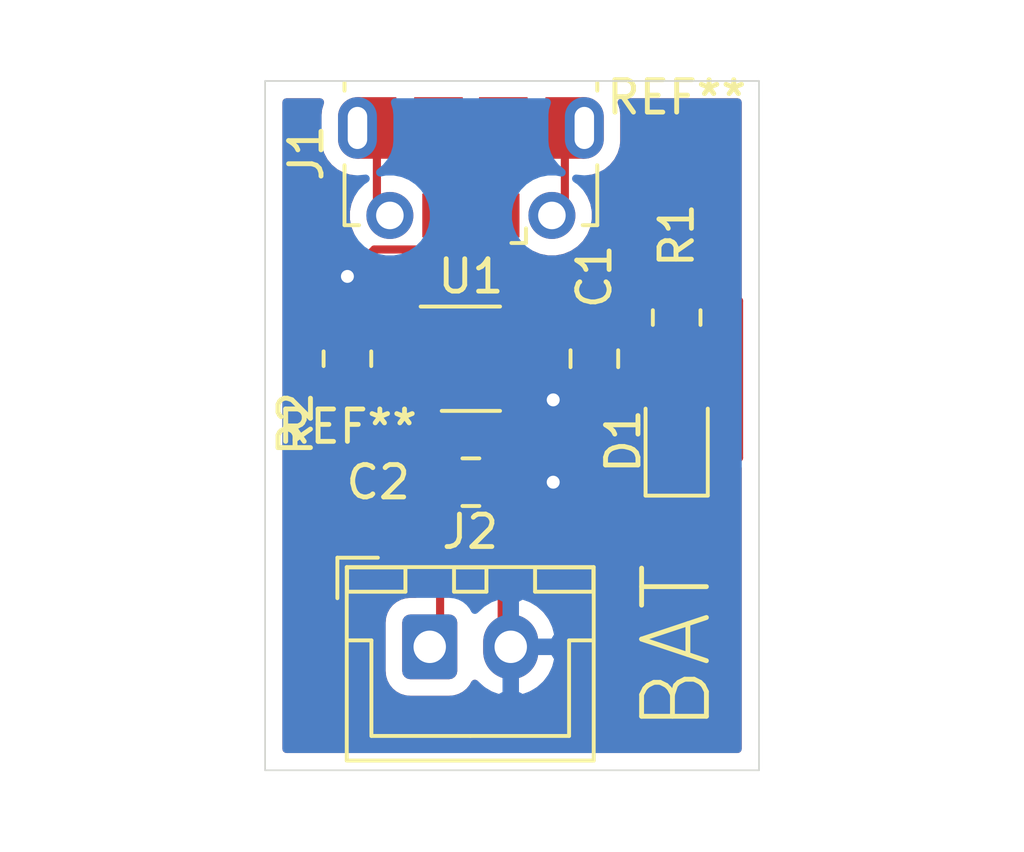
<source format=kicad_pcb>
(kicad_pcb (version 20171130) (host pcbnew "(5.1.10)-1")

  (general
    (thickness 1.6)
    (drawings 5)
    (tracks 64)
    (zones 0)
    (modules 10)
    (nets 11)
  )

  (page A4)
  (layers
    (0 F.Cu signal)
    (31 B.Cu signal)
    (32 B.Adhes user)
    (33 F.Adhes user)
    (34 B.Paste user)
    (35 F.Paste user)
    (36 B.SilkS user)
    (37 F.SilkS user)
    (38 B.Mask user)
    (39 F.Mask user)
    (40 Dwgs.User user)
    (41 Cmts.User user)
    (42 Eco1.User user)
    (43 Eco2.User user)
    (44 Edge.Cuts user)
    (45 Margin user)
    (46 B.CrtYd user)
    (47 F.CrtYd user)
    (48 B.Fab user)
    (49 F.Fab user)
  )

  (setup
    (last_trace_width 0.25)
    (trace_clearance 0.2)
    (zone_clearance 0.508)
    (zone_45_only no)
    (trace_min 0.2)
    (via_size 0.8)
    (via_drill 0.4)
    (via_min_size 0.4)
    (via_min_drill 0.3)
    (uvia_size 0.3)
    (uvia_drill 0.1)
    (uvias_allowed no)
    (uvia_min_size 0.2)
    (uvia_min_drill 0.1)
    (edge_width 0.05)
    (segment_width 0.2)
    (pcb_text_width 0.3)
    (pcb_text_size 1.5 1.5)
    (mod_edge_width 0.12)
    (mod_text_size 1 1)
    (mod_text_width 0.15)
    (pad_size 1.524 1.524)
    (pad_drill 0.762)
    (pad_to_mask_clearance 0)
    (aux_axis_origin 132.08 137.16)
    (grid_origin 132.08 137.16)
    (visible_elements FFFFFF7F)
    (pcbplotparams
      (layerselection 0x010fc_ffffffff)
      (usegerberextensions false)
      (usegerberattributes true)
      (usegerberadvancedattributes true)
      (creategerberjobfile true)
      (excludeedgelayer true)
      (linewidth 0.100000)
      (plotframeref false)
      (viasonmask false)
      (mode 1)
      (useauxorigin false)
      (hpglpennumber 1)
      (hpglpenspeed 20)
      (hpglpendiameter 15.000000)
      (psnegative false)
      (psa4output false)
      (plotreference true)
      (plotvalue true)
      (plotinvisibletext false)
      (padsonsilk false)
      (subtractmaskfromsilk false)
      (outputformat 1)
      (mirror false)
      (drillshape 0)
      (scaleselection 1)
      (outputdirectory ""))
  )

  (net 0 "")
  (net 1 VBUS)
  (net 2 GND)
  (net 3 VCC)
  (net 4 "Net-(D1-Pad1)")
  (net 5 "Net-(J1-Pad6)")
  (net 6 "Net-(J1-Pad3)")
  (net 7 "Net-(J1-Pad4)")
  (net 8 "Net-(J1-Pad2)")
  (net 9 "Net-(R1-Pad2)")
  (net 10 "Net-(R2-Pad1)")

  (net_class Default "This is the default net class."
    (clearance 0.2)
    (trace_width 0.25)
    (via_dia 0.8)
    (via_drill 0.4)
    (uvia_dia 0.3)
    (uvia_drill 0.1)
    (add_net GND)
    (add_net "Net-(D1-Pad1)")
    (add_net "Net-(J1-Pad2)")
    (add_net "Net-(J1-Pad3)")
    (add_net "Net-(J1-Pad4)")
    (add_net "Net-(J1-Pad6)")
    (add_net "Net-(R1-Pad2)")
    (add_net "Net-(R2-Pad1)")
    (add_net VBUS)
    (add_net VCC)
  )

  (module Fiducial:Fiducial_0.5mm_Mask1.5mm (layer F.Cu) (tedit 5C18D139) (tstamp 617B8A9B)
    (at 134.62 128.27)
    (descr "Circular Fiducial, 0.5mm bare copper, 1.5mm soldermask opening")
    (tags fiducial)
    (attr smd)
    (fp_text reference REF** (at 0 -1.7145) (layer F.SilkS)
      (effects (font (size 1 1) (thickness 0.15)))
    )
    (fp_text value Fiducial_0.5mm_Mask1.5mm (at 0 1.7145) (layer F.Fab)
      (effects (font (size 1 1) (thickness 0.15)))
    )
    (fp_text user %R (at 0 0) (layer F.Fab)
      (effects (font (size 0.2 0.2) (thickness 0.04)))
    )
    (fp_circle (center 0 0) (end 0.75 0) (layer F.Fab) (width 0.1))
    (fp_circle (center 0 0) (end 1 0) (layer F.CrtYd) (width 0.05))
    (pad "" smd circle (at 0 0) (size 0.5 0.5) (layers F.Cu F.Mask)
      (solder_mask_margin 0.5) (clearance 0.5))
  )

  (module Fiducial:Fiducial_0.5mm_Mask1.5mm (layer F.Cu) (tedit 5C18D139) (tstamp 617B8A70)
    (at 144.78 118.11)
    (descr "Circular Fiducial, 0.5mm bare copper, 1.5mm soldermask opening")
    (tags fiducial)
    (attr smd)
    (fp_text reference REF** (at 0 -1.7145) (layer F.SilkS)
      (effects (font (size 1 1) (thickness 0.15)))
    )
    (fp_text value Fiducial_0.5mm_Mask1.5mm (at 0 1.7145) (layer F.Fab)
      (effects (font (size 1 1) (thickness 0.15)))
    )
    (fp_text user %R (at 0 0) (layer F.Fab)
      (effects (font (size 0.2 0.2) (thickness 0.04)))
    )
    (fp_circle (center 0 0) (end 0.75 0) (layer F.Fab) (width 0.1))
    (fp_circle (center 0 0) (end 1 0) (layer F.CrtYd) (width 0.05))
    (pad "" smd circle (at 0 0) (size 0.5 0.5) (layers F.Cu F.Mask)
      (solder_mask_margin 0.5) (clearance 0.5))
  )

  (module Connector_JST:JST_XH_B2B-XH-A_1x02_P2.50mm_Vertical (layer F.Cu) (tedit 5C28146C) (tstamp 617B19D2)
    (at 137.16 133.35)
    (descr "JST XH series connector, B2B-XH-A (http://www.jst-mfg.com/product/pdf/eng/eXH.pdf), generated with kicad-footprint-generator")
    (tags "connector JST XH vertical")
    (path /617B6526)
    (fp_text reference J2 (at 1.25 -3.55) (layer F.SilkS)
      (effects (font (size 1 1) (thickness 0.15)))
    )
    (fp_text value Conn_01x02 (at 1.25 4.6) (layer F.Fab)
      (effects (font (size 1 1) (thickness 0.15)))
    )
    (fp_text user %R (at 1.25 2.7) (layer F.Fab)
      (effects (font (size 1 1) (thickness 0.15)))
    )
    (fp_line (start -2.45 -2.35) (end -2.45 3.4) (layer F.Fab) (width 0.1))
    (fp_line (start -2.45 3.4) (end 4.95 3.4) (layer F.Fab) (width 0.1))
    (fp_line (start 4.95 3.4) (end 4.95 -2.35) (layer F.Fab) (width 0.1))
    (fp_line (start 4.95 -2.35) (end -2.45 -2.35) (layer F.Fab) (width 0.1))
    (fp_line (start -2.56 -2.46) (end -2.56 3.51) (layer F.SilkS) (width 0.12))
    (fp_line (start -2.56 3.51) (end 5.06 3.51) (layer F.SilkS) (width 0.12))
    (fp_line (start 5.06 3.51) (end 5.06 -2.46) (layer F.SilkS) (width 0.12))
    (fp_line (start 5.06 -2.46) (end -2.56 -2.46) (layer F.SilkS) (width 0.12))
    (fp_line (start -2.95 -2.85) (end -2.95 3.9) (layer F.CrtYd) (width 0.05))
    (fp_line (start -2.95 3.9) (end 5.45 3.9) (layer F.CrtYd) (width 0.05))
    (fp_line (start 5.45 3.9) (end 5.45 -2.85) (layer F.CrtYd) (width 0.05))
    (fp_line (start 5.45 -2.85) (end -2.95 -2.85) (layer F.CrtYd) (width 0.05))
    (fp_line (start -0.625 -2.35) (end 0 -1.35) (layer F.Fab) (width 0.1))
    (fp_line (start 0 -1.35) (end 0.625 -2.35) (layer F.Fab) (width 0.1))
    (fp_line (start 0.75 -2.45) (end 0.75 -1.7) (layer F.SilkS) (width 0.12))
    (fp_line (start 0.75 -1.7) (end 1.75 -1.7) (layer F.SilkS) (width 0.12))
    (fp_line (start 1.75 -1.7) (end 1.75 -2.45) (layer F.SilkS) (width 0.12))
    (fp_line (start 1.75 -2.45) (end 0.75 -2.45) (layer F.SilkS) (width 0.12))
    (fp_line (start -2.55 -2.45) (end -2.55 -1.7) (layer F.SilkS) (width 0.12))
    (fp_line (start -2.55 -1.7) (end -0.75 -1.7) (layer F.SilkS) (width 0.12))
    (fp_line (start -0.75 -1.7) (end -0.75 -2.45) (layer F.SilkS) (width 0.12))
    (fp_line (start -0.75 -2.45) (end -2.55 -2.45) (layer F.SilkS) (width 0.12))
    (fp_line (start 3.25 -2.45) (end 3.25 -1.7) (layer F.SilkS) (width 0.12))
    (fp_line (start 3.25 -1.7) (end 5.05 -1.7) (layer F.SilkS) (width 0.12))
    (fp_line (start 5.05 -1.7) (end 5.05 -2.45) (layer F.SilkS) (width 0.12))
    (fp_line (start 5.05 -2.45) (end 3.25 -2.45) (layer F.SilkS) (width 0.12))
    (fp_line (start -2.55 -0.2) (end -1.8 -0.2) (layer F.SilkS) (width 0.12))
    (fp_line (start -1.8 -0.2) (end -1.8 2.75) (layer F.SilkS) (width 0.12))
    (fp_line (start -1.8 2.75) (end 1.25 2.75) (layer F.SilkS) (width 0.12))
    (fp_line (start 5.05 -0.2) (end 4.3 -0.2) (layer F.SilkS) (width 0.12))
    (fp_line (start 4.3 -0.2) (end 4.3 2.75) (layer F.SilkS) (width 0.12))
    (fp_line (start 4.3 2.75) (end 1.25 2.75) (layer F.SilkS) (width 0.12))
    (fp_line (start -1.6 -2.75) (end -2.85 -2.75) (layer F.SilkS) (width 0.12))
    (fp_line (start -2.85 -2.75) (end -2.85 -1.5) (layer F.SilkS) (width 0.12))
    (pad 2 thru_hole oval (at 2.5 0) (size 1.7 2) (drill 1) (layers *.Cu *.Mask)
      (net 2 GND))
    (pad 1 thru_hole roundrect (at 0 0) (size 1.7 2) (drill 1) (layers *.Cu *.Mask) (roundrect_rratio 0.1470588235294118)
      (net 3 VCC))
    (model ${KISYS3DMOD}/Connector_JST.3dshapes/JST_XH_B2B-XH-A_1x02_P2.50mm_Vertical.wrl
      (at (xyz 0 0 0))
      (scale (xyz 1 1 1))
      (rotate (xyz 0 0 0))
    )
  )

  (module Package_TO_SOT_SMD:SOT-23-5 (layer F.Cu) (tedit 5A02FF57) (tstamp 617B1A09)
    (at 138.43 124.46)
    (descr "5-pin SOT23 package")
    (tags SOT-23-5)
    (path /617EAE4D)
    (attr smd)
    (fp_text reference U1 (at 0 -2.54) (layer F.SilkS)
      (effects (font (size 1 1) (thickness 0.15)))
    )
    (fp_text value MCP73831-2-OT (at -7.62 0 90) (layer F.Fab)
      (effects (font (size 1 1) (thickness 0.15)))
    )
    (fp_text user %R (at 0 0 90) (layer F.Fab)
      (effects (font (size 0.5 0.5) (thickness 0.075)))
    )
    (fp_line (start -0.9 1.61) (end 0.9 1.61) (layer F.SilkS) (width 0.12))
    (fp_line (start 0.9 -1.61) (end -1.55 -1.61) (layer F.SilkS) (width 0.12))
    (fp_line (start -1.9 -1.8) (end 1.9 -1.8) (layer F.CrtYd) (width 0.05))
    (fp_line (start 1.9 -1.8) (end 1.9 1.8) (layer F.CrtYd) (width 0.05))
    (fp_line (start 1.9 1.8) (end -1.9 1.8) (layer F.CrtYd) (width 0.05))
    (fp_line (start -1.9 1.8) (end -1.9 -1.8) (layer F.CrtYd) (width 0.05))
    (fp_line (start -0.9 -0.9) (end -0.25 -1.55) (layer F.Fab) (width 0.1))
    (fp_line (start 0.9 -1.55) (end -0.25 -1.55) (layer F.Fab) (width 0.1))
    (fp_line (start -0.9 -0.9) (end -0.9 1.55) (layer F.Fab) (width 0.1))
    (fp_line (start 0.9 1.55) (end -0.9 1.55) (layer F.Fab) (width 0.1))
    (fp_line (start 0.9 -1.55) (end 0.9 1.55) (layer F.Fab) (width 0.1))
    (pad 5 smd rect (at 1.1 -0.95) (size 1.06 0.65) (layers F.Cu F.Paste F.Mask)
      (net 10 "Net-(R2-Pad1)"))
    (pad 4 smd rect (at 1.1 0.95) (size 1.06 0.65) (layers F.Cu F.Paste F.Mask)
      (net 1 VBUS))
    (pad 3 smd rect (at -1.1 0.95) (size 1.06 0.65) (layers F.Cu F.Paste F.Mask)
      (net 3 VCC))
    (pad 2 smd rect (at -1.1 0) (size 1.06 0.65) (layers F.Cu F.Paste F.Mask)
      (net 2 GND))
    (pad 1 smd rect (at -1.1 -0.95) (size 1.06 0.65) (layers F.Cu F.Paste F.Mask)
      (net 9 "Net-(R1-Pad2)"))
    (model ${KISYS3DMOD}/Package_TO_SOT_SMD.3dshapes/SOT-23-5.wrl
      (at (xyz 0 0 0))
      (scale (xyz 1 1 1))
      (rotate (xyz 0 0 0))
    )
  )

  (module Resistor_SMD:R_0805_2012Metric (layer F.Cu) (tedit 5F68FEEE) (tstamp 617B19F4)
    (at 134.62 124.46 270)
    (descr "Resistor SMD 0805 (2012 Metric), square (rectangular) end terminal, IPC_7351 nominal, (Body size source: IPC-SM-782 page 72, https://www.pcb-3d.com/wordpress/wp-content/uploads/ipc-sm-782a_amendment_1_and_2.pdf), generated with kicad-footprint-generator")
    (tags resistor)
    (path /617D782A)
    (attr smd)
    (fp_text reference R2 (at 2.004321 1.595213 90) (layer F.SilkS)
      (effects (font (size 1 1) (thickness 0.15)))
    )
    (fp_text value 2k (at 0 1.65 90) (layer F.Fab)
      (effects (font (size 1 1) (thickness 0.15)))
    )
    (fp_text user %R (at 0 0 90) (layer F.Fab)
      (effects (font (size 0.5 0.5) (thickness 0.08)))
    )
    (fp_line (start -1 0.625) (end -1 -0.625) (layer F.Fab) (width 0.1))
    (fp_line (start -1 -0.625) (end 1 -0.625) (layer F.Fab) (width 0.1))
    (fp_line (start 1 -0.625) (end 1 0.625) (layer F.Fab) (width 0.1))
    (fp_line (start 1 0.625) (end -1 0.625) (layer F.Fab) (width 0.1))
    (fp_line (start -0.227064 -0.735) (end 0.227064 -0.735) (layer F.SilkS) (width 0.12))
    (fp_line (start -0.227064 0.735) (end 0.227064 0.735) (layer F.SilkS) (width 0.12))
    (fp_line (start -1.68 0.95) (end -1.68 -0.95) (layer F.CrtYd) (width 0.05))
    (fp_line (start -1.68 -0.95) (end 1.68 -0.95) (layer F.CrtYd) (width 0.05))
    (fp_line (start 1.68 -0.95) (end 1.68 0.95) (layer F.CrtYd) (width 0.05))
    (fp_line (start 1.68 0.95) (end -1.68 0.95) (layer F.CrtYd) (width 0.05))
    (pad 2 smd roundrect (at 0.9125 0 270) (size 1.025 1.4) (layers F.Cu F.Paste F.Mask) (roundrect_rratio 0.2439014634146341)
      (net 2 GND))
    (pad 1 smd roundrect (at -0.9125 0 270) (size 1.025 1.4) (layers F.Cu F.Paste F.Mask) (roundrect_rratio 0.2439014634146341)
      (net 10 "Net-(R2-Pad1)"))
    (model ${KISYS3DMOD}/Resistor_SMD.3dshapes/R_0805_2012Metric.wrl
      (at (xyz 0 0 0))
      (scale (xyz 1 1 1))
      (rotate (xyz 0 0 0))
    )
  )

  (module Resistor_SMD:R_0805_2012Metric (layer F.Cu) (tedit 5F68FEEE) (tstamp 617B19E3)
    (at 144.78 123.19 90)
    (descr "Resistor SMD 0805 (2012 Metric), square (rectangular) end terminal, IPC_7351 nominal, (Body size source: IPC-SM-782 page 72, https://www.pcb-3d.com/wordpress/wp-content/uploads/ipc-sm-782a_amendment_1_and_2.pdf), generated with kicad-footprint-generator")
    (tags resistor)
    (path /617B2104)
    (attr smd)
    (fp_text reference R1 (at 2.54 0 90) (layer F.SilkS)
      (effects (font (size 1 1) (thickness 0.15)))
    )
    (fp_text value 470R (at 0 1.65 90) (layer F.Fab)
      (effects (font (size 1 1) (thickness 0.15)))
    )
    (fp_text user %R (at 0 0 90) (layer F.Fab)
      (effects (font (size 0.5 0.5) (thickness 0.08)))
    )
    (fp_line (start -1 0.625) (end -1 -0.625) (layer F.Fab) (width 0.1))
    (fp_line (start -1 -0.625) (end 1 -0.625) (layer F.Fab) (width 0.1))
    (fp_line (start 1 -0.625) (end 1 0.625) (layer F.Fab) (width 0.1))
    (fp_line (start 1 0.625) (end -1 0.625) (layer F.Fab) (width 0.1))
    (fp_line (start -0.227064 -0.735) (end 0.227064 -0.735) (layer F.SilkS) (width 0.12))
    (fp_line (start -0.227064 0.735) (end 0.227064 0.735) (layer F.SilkS) (width 0.12))
    (fp_line (start -1.68 0.95) (end -1.68 -0.95) (layer F.CrtYd) (width 0.05))
    (fp_line (start -1.68 -0.95) (end 1.68 -0.95) (layer F.CrtYd) (width 0.05))
    (fp_line (start 1.68 -0.95) (end 1.68 0.95) (layer F.CrtYd) (width 0.05))
    (fp_line (start 1.68 0.95) (end -1.68 0.95) (layer F.CrtYd) (width 0.05))
    (pad 2 smd roundrect (at 0.9125 0 90) (size 1.025 1.4) (layers F.Cu F.Paste F.Mask) (roundrect_rratio 0.2439014634146341)
      (net 9 "Net-(R1-Pad2)"))
    (pad 1 smd roundrect (at -0.9125 0 90) (size 1.025 1.4) (layers F.Cu F.Paste F.Mask) (roundrect_rratio 0.2439014634146341)
      (net 4 "Net-(D1-Pad1)"))
    (model ${KISYS3DMOD}/Resistor_SMD.3dshapes/R_0805_2012Metric.wrl
      (at (xyz 0 0 0))
      (scale (xyz 1 1 1))
      (rotate (xyz 0 0 0))
    )
  )

  (module Connector_USB:USB_Micro-B_Molex-105017-0001 (layer F.Cu) (tedit 5A1DC0BE) (tstamp 617B19A9)
    (at 138.43 118.576715 180)
    (descr http://www.molex.com/pdm_docs/sd/1050170001_sd.pdf)
    (tags "Micro-USB SMD Typ-B")
    (path /617B4377)
    (attr smd)
    (fp_text reference J1 (at 5.08 0.466715 90) (layer F.SilkS)
      (effects (font (size 1 1) (thickness 0.15)))
    )
    (fp_text value USB_B_Micro (at 0.3 4.3375) (layer F.Fab)
      (effects (font (size 1 1) (thickness 0.15)))
    )
    (fp_text user %R (at 0 0.8875) (layer F.Fab)
      (effects (font (size 1 1) (thickness 0.15)))
    )
    (fp_text user "PCB Edge" (at 0 2.6875) (layer Dwgs.User)
      (effects (font (size 0.5 0.5) (thickness 0.08)))
    )
    (fp_line (start -4.4 3.64) (end 4.4 3.64) (layer F.CrtYd) (width 0.05))
    (fp_line (start 4.4 -2.46) (end 4.4 3.64) (layer F.CrtYd) (width 0.05))
    (fp_line (start -4.4 -2.46) (end 4.4 -2.46) (layer F.CrtYd) (width 0.05))
    (fp_line (start -4.4 3.64) (end -4.4 -2.46) (layer F.CrtYd) (width 0.05))
    (fp_line (start -3.9 -1.7625) (end -3.45 -1.7625) (layer F.SilkS) (width 0.12))
    (fp_line (start -3.9 0.0875) (end -3.9 -1.7625) (layer F.SilkS) (width 0.12))
    (fp_line (start 3.9 2.6375) (end 3.9 2.3875) (layer F.SilkS) (width 0.12))
    (fp_line (start 3.75 3.3875) (end 3.75 -1.6125) (layer F.Fab) (width 0.1))
    (fp_line (start -3 2.689204) (end 3 2.689204) (layer F.Fab) (width 0.1))
    (fp_line (start -3.75 3.389204) (end 3.75 3.389204) (layer F.Fab) (width 0.1))
    (fp_line (start -3.75 -1.6125) (end 3.75 -1.6125) (layer F.Fab) (width 0.1))
    (fp_line (start -3.75 3.3875) (end -3.75 -1.6125) (layer F.Fab) (width 0.1))
    (fp_line (start -3.9 2.6375) (end -3.9 2.3875) (layer F.SilkS) (width 0.12))
    (fp_line (start 3.9 0.0875) (end 3.9 -1.7625) (layer F.SilkS) (width 0.12))
    (fp_line (start 3.9 -1.7625) (end 3.45 -1.7625) (layer F.SilkS) (width 0.12))
    (fp_line (start -1.7 -2.3125) (end -1.25 -2.3125) (layer F.SilkS) (width 0.12))
    (fp_line (start -1.7 -2.3125) (end -1.7 -1.8625) (layer F.SilkS) (width 0.12))
    (fp_line (start -1.3 -1.7125) (end -1.5 -1.9125) (layer F.Fab) (width 0.1))
    (fp_line (start -1.1 -1.9125) (end -1.3 -1.7125) (layer F.Fab) (width 0.1))
    (fp_line (start -1.5 -2.1225) (end -1.1 -2.1225) (layer F.Fab) (width 0.1))
    (fp_line (start -1.5 -2.1225) (end -1.5 -1.9125) (layer F.Fab) (width 0.1))
    (fp_line (start -1.1 -2.1225) (end -1.1 -1.9125) (layer F.Fab) (width 0.1))
    (pad 6 smd rect (at -2.9 1.2375 180) (size 1.2 1.9) (layers F.Cu F.Mask)
      (net 5 "Net-(J1-Pad6)"))
    (pad 6 smd rect (at 2.9 1.2375 180) (size 1.2 1.9) (layers F.Cu F.Mask)
      (net 5 "Net-(J1-Pad6)"))
    (pad 6 thru_hole oval (at 3.5 1.2375 180) (size 1.2 1.9) (drill oval 0.6 1.3) (layers *.Cu *.Mask)
      (net 5 "Net-(J1-Pad6)"))
    (pad 6 thru_hole oval (at -3.5 1.2375) (size 1.2 1.9) (drill oval 0.6 1.3) (layers *.Cu *.Mask)
      (net 5 "Net-(J1-Pad6)"))
    (pad 6 smd rect (at -1 1.2375 180) (size 1.5 1.9) (layers F.Cu F.Paste F.Mask)
      (net 5 "Net-(J1-Pad6)"))
    (pad 6 thru_hole circle (at 2.5 -1.4625 180) (size 1.45 1.45) (drill 0.85) (layers *.Cu *.Mask)
      (net 5 "Net-(J1-Pad6)"))
    (pad 3 smd rect (at 0 -1.4625 180) (size 0.4 1.35) (layers F.Cu F.Paste F.Mask)
      (net 6 "Net-(J1-Pad3)"))
    (pad 4 smd rect (at 0.65 -1.4625 180) (size 0.4 1.35) (layers F.Cu F.Paste F.Mask)
      (net 7 "Net-(J1-Pad4)"))
    (pad 5 smd rect (at 1.3 -1.4625 180) (size 0.4 1.35) (layers F.Cu F.Paste F.Mask)
      (net 2 GND))
    (pad 1 smd rect (at -1.3 -1.4625 180) (size 0.4 1.35) (layers F.Cu F.Paste F.Mask)
      (net 1 VBUS))
    (pad 2 smd rect (at -0.65 -1.4625 180) (size 0.4 1.35) (layers F.Cu F.Paste F.Mask)
      (net 8 "Net-(J1-Pad2)"))
    (pad 6 thru_hole circle (at -2.5 -1.4625 180) (size 1.45 1.45) (drill 0.85) (layers *.Cu *.Mask)
      (net 5 "Net-(J1-Pad6)"))
    (pad 6 smd rect (at 1 1.2375 180) (size 1.5 1.9) (layers F.Cu F.Paste F.Mask)
      (net 5 "Net-(J1-Pad6)"))
    (model ${KISYS3DMOD}/Connector_USB.3dshapes/USB_Micro-B_Molex-105017-0001.wrl
      (at (xyz 0 0 0))
      (scale (xyz 1 1 1))
      (rotate (xyz 0 0 0))
    )
    (model ${KIPRJMOD}/MOLEX_1050170001/1050170001.stp
      (offset (xyz 0 -1 1.5))
      (scale (xyz 1 1 1))
      (rotate (xyz -90 0 0))
    )
  )

  (module LED_SMD:LED_0805_2012Metric (layer F.Cu) (tedit 5F68FEF1) (tstamp 617B1980)
    (at 144.78 127 90)
    (descr "LED SMD 0805 (2012 Metric), square (rectangular) end terminal, IPC_7351 nominal, (Body size source: https://docs.google.com/spreadsheets/d/1BsfQQcO9C6DZCsRaXUlFlo91Tg2WpOkGARC1WS5S8t0/edit?usp=sharing), generated with kicad-footprint-generator")
    (tags LED)
    (path /617B304A)
    (attr smd)
    (fp_text reference D1 (at 0 -1.65 90) (layer F.SilkS)
      (effects (font (size 1 1) (thickness 0.15)))
    )
    (fp_text value LED (at 0 1.65 90) (layer F.Fab)
      (effects (font (size 1 1) (thickness 0.15)))
    )
    (fp_text user %R (at 0 0 90) (layer F.Fab)
      (effects (font (size 0.5 0.5) (thickness 0.08)))
    )
    (fp_line (start 1 -0.6) (end -0.7 -0.6) (layer F.Fab) (width 0.1))
    (fp_line (start -0.7 -0.6) (end -1 -0.3) (layer F.Fab) (width 0.1))
    (fp_line (start -1 -0.3) (end -1 0.6) (layer F.Fab) (width 0.1))
    (fp_line (start -1 0.6) (end 1 0.6) (layer F.Fab) (width 0.1))
    (fp_line (start 1 0.6) (end 1 -0.6) (layer F.Fab) (width 0.1))
    (fp_line (start 1 -0.96) (end -1.685 -0.96) (layer F.SilkS) (width 0.12))
    (fp_line (start -1.685 -0.96) (end -1.685 0.96) (layer F.SilkS) (width 0.12))
    (fp_line (start -1.685 0.96) (end 1 0.96) (layer F.SilkS) (width 0.12))
    (fp_line (start -1.68 0.95) (end -1.68 -0.95) (layer F.CrtYd) (width 0.05))
    (fp_line (start -1.68 -0.95) (end 1.68 -0.95) (layer F.CrtYd) (width 0.05))
    (fp_line (start 1.68 -0.95) (end 1.68 0.95) (layer F.CrtYd) (width 0.05))
    (fp_line (start 1.68 0.95) (end -1.68 0.95) (layer F.CrtYd) (width 0.05))
    (pad 2 smd roundrect (at 0.9375 0 90) (size 0.975 1.4) (layers F.Cu F.Paste F.Mask) (roundrect_rratio 0.25)
      (net 1 VBUS))
    (pad 1 smd roundrect (at -0.9375 0 90) (size 0.975 1.4) (layers F.Cu F.Paste F.Mask) (roundrect_rratio 0.25)
      (net 4 "Net-(D1-Pad1)"))
    (model ${KISYS3DMOD}/LED_SMD.3dshapes/LED_0805_2012Metric.wrl
      (at (xyz 0 0 0))
      (scale (xyz 1 1 1))
      (rotate (xyz 0 0 0))
    )
  )

  (module Capacitor_SMD:C_0805_2012Metric (layer F.Cu) (tedit 5F68FEEE) (tstamp 617B196D)
    (at 138.43 128.27)
    (descr "Capacitor SMD 0805 (2012 Metric), square (rectangular) end terminal, IPC_7351 nominal, (Body size source: IPC-SM-782 page 76, https://www.pcb-3d.com/wordpress/wp-content/uploads/ipc-sm-782a_amendment_1_and_2.pdf, https://docs.google.com/spreadsheets/d/1BsfQQcO9C6DZCsRaXUlFlo91Tg2WpOkGARC1WS5S8t0/edit?usp=sharing), generated with kicad-footprint-generator")
    (tags capacitor)
    (path /617B78B5)
    (attr smd)
    (fp_text reference C2 (at -2.86 0) (layer F.SilkS)
      (effects (font (size 1 1) (thickness 0.15)))
    )
    (fp_text value 4.7u (at 3.305543 0.262406) (layer F.Fab)
      (effects (font (size 1 1) (thickness 0.15)))
    )
    (fp_text user %R (at 0 0) (layer F.Fab)
      (effects (font (size 0.5 0.5) (thickness 0.08)))
    )
    (fp_line (start -1 0.625) (end -1 -0.625) (layer F.Fab) (width 0.1))
    (fp_line (start -1 -0.625) (end 1 -0.625) (layer F.Fab) (width 0.1))
    (fp_line (start 1 -0.625) (end 1 0.625) (layer F.Fab) (width 0.1))
    (fp_line (start 1 0.625) (end -1 0.625) (layer F.Fab) (width 0.1))
    (fp_line (start -0.261252 -0.735) (end 0.261252 -0.735) (layer F.SilkS) (width 0.12))
    (fp_line (start -0.261252 0.735) (end 0.261252 0.735) (layer F.SilkS) (width 0.12))
    (fp_line (start -1.7 0.98) (end -1.7 -0.98) (layer F.CrtYd) (width 0.05))
    (fp_line (start -1.7 -0.98) (end 1.7 -0.98) (layer F.CrtYd) (width 0.05))
    (fp_line (start 1.7 -0.98) (end 1.7 0.98) (layer F.CrtYd) (width 0.05))
    (fp_line (start 1.7 0.98) (end -1.7 0.98) (layer F.CrtYd) (width 0.05))
    (pad 2 smd roundrect (at 0.95 0) (size 1 1.45) (layers F.Cu F.Paste F.Mask) (roundrect_rratio 0.25)
      (net 2 GND))
    (pad 1 smd roundrect (at -0.95 0) (size 1 1.45) (layers F.Cu F.Paste F.Mask) (roundrect_rratio 0.25)
      (net 3 VCC))
    (model ${KISYS3DMOD}/Capacitor_SMD.3dshapes/C_0805_2012Metric.wrl
      (at (xyz 0 0 0))
      (scale (xyz 1 1 1))
      (rotate (xyz 0 0 0))
    )
  )

  (module Capacitor_SMD:C_0805_2012Metric (layer F.Cu) (tedit 5F68FEEE) (tstamp 617B195C)
    (at 142.24 124.46 90)
    (descr "Capacitor SMD 0805 (2012 Metric), square (rectangular) end terminal, IPC_7351 nominal, (Body size source: IPC-SM-782 page 76, https://www.pcb-3d.com/wordpress/wp-content/uploads/ipc-sm-782a_amendment_1_and_2.pdf, https://docs.google.com/spreadsheets/d/1BsfQQcO9C6DZCsRaXUlFlo91Tg2WpOkGARC1WS5S8t0/edit?usp=sharing), generated with kicad-footprint-generator")
    (tags capacitor)
    (path /617C0F5C)
    (attr smd)
    (fp_text reference C1 (at 2.54 0 90) (layer F.SilkS)
      (effects (font (size 1 1) (thickness 0.15)))
    )
    (fp_text value 4.7u (at 0 1.68 90) (layer F.Fab)
      (effects (font (size 1 1) (thickness 0.15)))
    )
    (fp_text user %R (at 0 0 90) (layer F.Fab)
      (effects (font (size 0.5 0.5) (thickness 0.08)))
    )
    (fp_line (start -1 0.625) (end -1 -0.625) (layer F.Fab) (width 0.1))
    (fp_line (start -1 -0.625) (end 1 -0.625) (layer F.Fab) (width 0.1))
    (fp_line (start 1 -0.625) (end 1 0.625) (layer F.Fab) (width 0.1))
    (fp_line (start 1 0.625) (end -1 0.625) (layer F.Fab) (width 0.1))
    (fp_line (start -0.261252 -0.735) (end 0.261252 -0.735) (layer F.SilkS) (width 0.12))
    (fp_line (start -0.261252 0.735) (end 0.261252 0.735) (layer F.SilkS) (width 0.12))
    (fp_line (start -1.7 0.98) (end -1.7 -0.98) (layer F.CrtYd) (width 0.05))
    (fp_line (start -1.7 -0.98) (end 1.7 -0.98) (layer F.CrtYd) (width 0.05))
    (fp_line (start 1.7 -0.98) (end 1.7 0.98) (layer F.CrtYd) (width 0.05))
    (fp_line (start 1.7 0.98) (end -1.7 0.98) (layer F.CrtYd) (width 0.05))
    (pad 2 smd roundrect (at 0.95 0 90) (size 1 1.45) (layers F.Cu F.Paste F.Mask) (roundrect_rratio 0.25)
      (net 1 VBUS))
    (pad 1 smd roundrect (at -0.95 0 90) (size 1 1.45) (layers F.Cu F.Paste F.Mask) (roundrect_rratio 0.25)
      (net 2 GND))
    (model ${KISYS3DMOD}/Capacitor_SMD.3dshapes/C_0805_2012Metric.wrl
      (at (xyz 0 0 0))
      (scale (xyz 1 1 1))
      (rotate (xyz 0 0 0))
    )
  )

  (gr_text BAT (at 144.78 133.35 90) (layer F.SilkS)
    (effects (font (size 2 2) (thickness 0.15)))
  )
  (gr_line (start 147.32 137.16) (end 147.32 115.89) (layer Edge.Cuts) (width 0.05) (tstamp 617B1AD3))
  (gr_line (start 147.32 137.16) (end 132.08 137.16) (layer Edge.Cuts) (width 0.05) (tstamp 617B1AD3))
  (gr_line (start 147.32 115.89) (end 132.08 115.89) (layer Edge.Cuts) (width 0.05) (tstamp 617B1AD3))
  (gr_line (start 132.08 137.16) (end 132.08 115.89) (layer Edge.Cuts) (width 0.05))

  (via (at 134.62 121.92) (size 0.8) (drill 0.4) (layers F.Cu B.Cu) (net 2))
  (segment (start 142.24 123.5225) (end 142.24 123.51) (width 0.25) (layer F.Cu) (net 1))
  (segment (start 144.60749 126.23501) (end 144.78 126.0625) (width 0.25) (layer F.Cu) (net 1))
  (segment (start 139.73 121) (end 139.73 120.039215) (width 0.25) (layer F.Cu) (net 1))
  (segment (start 142.24 123.51) (end 139.73 121) (width 0.25) (layer F.Cu) (net 1))
  (segment (start 143.75499 127.08751) (end 144.78 126.0625) (width 0.25) (layer F.Cu) (net 1))
  (segment (start 144.08816 128.75001) (end 143.75499 128.41684) (width 0.25) (layer F.Cu) (net 1))
  (segment (start 145.47184 128.75001) (end 144.08816 128.75001) (width 0.25) (layer F.Cu) (net 1))
  (segment (start 143.75499 128.41684) (end 143.75499 127.08751) (width 0.25) (layer F.Cu) (net 1))
  (segment (start 146.705029 127.516821) (end 145.47184 128.75001) (width 0.25) (layer F.Cu) (net 1))
  (segment (start 146.705029 122.676839) (end 146.705029 127.516821) (width 0.25) (layer F.Cu) (net 1))
  (segment (start 145.46818 121.43999) (end 146.705029 122.676839) (width 0.25) (layer F.Cu) (net 1))
  (segment (start 143.81001 121.43999) (end 145.46818 121.43999) (width 0.25) (layer F.Cu) (net 1))
  (segment (start 142.24 123.01) (end 143.81001 121.43999) (width 0.25) (layer F.Cu) (net 1))
  (segment (start 142.24 123.51) (end 142.24 123.01) (width 0.25) (layer F.Cu) (net 1))
  (segment (start 140.668027 126.548027) (end 139.53 125.41) (width 0.25) (layer F.Cu) (net 1))
  (segment (start 144.294473 126.548027) (end 140.668027 126.548027) (width 0.25) (layer F.Cu) (net 1))
  (segment (start 144.78 126.0625) (end 144.294473 126.548027) (width 0.25) (layer F.Cu) (net 1))
  (segment (start 139.7 127.95) (end 139.7 128.27) (width 0.25) (layer F.Cu) (net 2))
  (segment (start 135.5325 124.46) (end 134.62 125.3725) (width 0.25) (layer F.Cu) (net 2))
  (segment (start 137.33 124.46) (end 135.5325 124.46) (width 0.25) (layer F.Cu) (net 2))
  (segment (start 137.13 120.964215) (end 137.13 120.039215) (width 0.25) (layer F.Cu) (net 2))
  (segment (start 135.450784 121.089216) (end 137.004999 121.089216) (width 0.25) (layer F.Cu) (net 2))
  (segment (start 137.004999 121.089216) (end 137.13 120.964215) (width 0.25) (layer F.Cu) (net 2))
  (segment (start 133.59499 122.94501) (end 135.450784 121.089216) (width 0.25) (layer F.Cu) (net 2))
  (segment (start 133.59499 124.34749) (end 133.59499 122.94501) (width 0.25) (layer F.Cu) (net 2))
  (segment (start 134.62 125.3725) (end 133.59499 124.34749) (width 0.25) (layer F.Cu) (net 2))
  (segment (start 137.820002 124.46) (end 137.33 124.46) (width 0.25) (layer F.Cu) (net 2))
  (segment (start 142.24 125.41) (end 141.29 125.41) (width 0.25) (layer F.Cu) (net 2))
  (segment (start 141.29 125.41) (end 140.97 125.73) (width 0.25) (layer F.Cu) (net 2))
  (segment (start 140.97 125.73) (end 140.97 125.73) (width 0.25) (layer F.Cu) (net 2) (tstamp 617B2BFB))
  (via (at 140.97 125.73) (size 0.8) (drill 0.4) (layers F.Cu B.Cu) (net 2))
  (segment (start 139.38 133.07) (end 139.66 133.35) (width 0.25) (layer F.Cu) (net 2))
  (segment (start 139.38 128.27) (end 139.38 133.07) (width 0.25) (layer F.Cu) (net 2))
  (segment (start 139.38 128.27) (end 140.97 128.27) (width 0.25) (layer F.Cu) (net 2))
  (segment (start 138.674999 127.564999) (end 139.38 128.27) (width 0.25) (layer F.Cu) (net 2))
  (segment (start 138.674999 125.024999) (end 138.674999 127.564999) (width 0.25) (layer F.Cu) (net 2))
  (segment (start 138.11 124.46) (end 138.674999 125.024999) (width 0.25) (layer F.Cu) (net 2))
  (segment (start 137.33 124.46) (end 138.11 124.46) (width 0.25) (layer F.Cu) (net 2))
  (segment (start 140.97 128.27) (end 140.97 128.27) (width 0.25) (layer F.Cu) (net 2) (tstamp 617B3374))
  (via (at 140.97 128.27) (size 0.8) (drill 0.4) (layers F.Cu B.Cu) (net 2))
  (segment (start 137.8 128.27) (end 137.33 127.8) (width 0.25) (layer F.Cu) (net 3))
  (segment (start 137.48 125.56) (end 137.33 125.41) (width 0.25) (layer F.Cu) (net 3))
  (segment (start 137.48 128.27) (end 137.48 125.56) (width 0.25) (layer F.Cu) (net 3))
  (segment (start 137.48 133.03) (end 137.16 133.35) (width 0.25) (layer F.Cu) (net 3))
  (segment (start 137.48 128.27) (end 137.48 133.03) (width 0.25) (layer F.Cu) (net 3))
  (segment (start 145.48 127.9375) (end 144.78 127.9375) (width 0.25) (layer F.Cu) (net 4))
  (segment (start 146.255019 127.162481) (end 145.48 127.9375) (width 0.25) (layer F.Cu) (net 4))
  (segment (start 146.25502 124.87752) (end 146.255019 127.162481) (width 0.25) (layer F.Cu) (net 4))
  (segment (start 145.48 124.1025) (end 146.25502 124.87752) (width 0.25) (layer F.Cu) (net 4))
  (segment (start 144.78 124.1025) (end 145.48 124.1025) (width 0.25) (layer F.Cu) (net 4))
  (segment (start 135.53 117.339215) (end 141.93 117.339215) (width 0.25) (layer F.Cu) (net 5))
  (segment (start 135.53 119.639215) (end 135.93 120.039215) (width 0.25) (layer F.Cu) (net 5))
  (segment (start 135.53 117.339215) (end 135.53 119.639215) (width 0.25) (layer F.Cu) (net 5))
  (segment (start 141.33 119.639215) (end 140.93 120.039215) (width 0.25) (layer F.Cu) (net 5))
  (segment (start 141.33 117.339215) (end 141.33 119.639215) (width 0.25) (layer F.Cu) (net 5))
  (segment (start 138.915008 124.33501) (end 138.089998 123.51) (width 0.25) (layer F.Cu) (net 9))
  (segment (start 138.089998 123.51) (end 137.33 123.51) (width 0.25) (layer F.Cu) (net 9))
  (segment (start 142.95318 124.33501) (end 138.915008 124.33501) (width 0.25) (layer F.Cu) (net 9))
  (segment (start 144.78 122.50819) (end 142.95318 124.33501) (width 0.25) (layer F.Cu) (net 9))
  (segment (start 144.78 122.2775) (end 144.78 122.50819) (width 0.25) (layer F.Cu) (net 9))
  (segment (start 138.879999 122.859999) (end 139.53 123.51) (width 0.25) (layer F.Cu) (net 10))
  (segment (start 135.307501 122.859999) (end 138.879999 122.859999) (width 0.25) (layer F.Cu) (net 10))
  (segment (start 134.62 123.5475) (end 135.307501 122.859999) (width 0.25) (layer F.Cu) (net 10))

  (zone (net 2) (net_name GND) (layer B.Cu) (tstamp 617B337F) (hatch edge 0.508)
    (connect_pads (clearance 0.508))
    (min_thickness 0.254)
    (fill yes (arc_segments 32) (thermal_gap 0.508) (thermal_bridge_width 0.508))
    (polygon
      (pts
        (xy 149.86 139.7) (xy 130.81 139.7) (xy 130.81 115.57) (xy 149.86 115.57)
      )
    )
    (filled_polygon
      (pts
        (xy 133.71287 116.747113) (xy 133.695 116.92855) (xy 133.695 117.749879) (xy 133.71287 117.931316) (xy 133.783489 118.164115)
        (xy 133.898167 118.378663) (xy 134.052498 118.566717) (xy 134.240551 118.721048) (xy 134.455099 118.835726) (xy 134.687898 118.906345)
        (xy 134.93 118.93019) (xy 135.172101 118.906345) (xy 135.182035 118.903331) (xy 135.063051 118.982834) (xy 134.873619 119.172266)
        (xy 134.724784 119.395014) (xy 134.622264 119.642518) (xy 134.57 119.905267) (xy 134.57 120.173163) (xy 134.622264 120.435912)
        (xy 134.724784 120.683416) (xy 134.873619 120.906164) (xy 135.063051 121.095596) (xy 135.285799 121.244431) (xy 135.533303 121.346951)
        (xy 135.796052 121.399215) (xy 136.063948 121.399215) (xy 136.326697 121.346951) (xy 136.574201 121.244431) (xy 136.796949 121.095596)
        (xy 136.986381 120.906164) (xy 137.135216 120.683416) (xy 137.237736 120.435912) (xy 137.29 120.173163) (xy 137.29 119.905267)
        (xy 137.237736 119.642518) (xy 137.135216 119.395014) (xy 136.986381 119.172266) (xy 136.796949 118.982834) (xy 136.574201 118.833999)
        (xy 136.326697 118.731479) (xy 136.063948 118.679215) (xy 135.796052 118.679215) (xy 135.630231 118.712199) (xy 135.807502 118.566717)
        (xy 135.961833 118.378664) (xy 136.076511 118.164116) (xy 136.14713 117.931317) (xy 136.165 117.74988) (xy 136.165 116.928551)
        (xy 136.14713 116.747114) (xy 136.087336 116.55) (xy 140.772664 116.55) (xy 140.71287 116.747114) (xy 140.695 116.928551)
        (xy 140.695 117.74988) (xy 140.71287 117.931317) (xy 140.783489 118.164116) (xy 140.898168 118.378664) (xy 141.052499 118.566717)
        (xy 141.229769 118.712199) (xy 141.063948 118.679215) (xy 140.796052 118.679215) (xy 140.533303 118.731479) (xy 140.285799 118.833999)
        (xy 140.063051 118.982834) (xy 139.873619 119.172266) (xy 139.724784 119.395014) (xy 139.622264 119.642518) (xy 139.57 119.905267)
        (xy 139.57 120.173163) (xy 139.622264 120.435912) (xy 139.724784 120.683416) (xy 139.873619 120.906164) (xy 140.063051 121.095596)
        (xy 140.285799 121.244431) (xy 140.533303 121.346951) (xy 140.796052 121.399215) (xy 141.063948 121.399215) (xy 141.326697 121.346951)
        (xy 141.574201 121.244431) (xy 141.796949 121.095596) (xy 141.986381 120.906164) (xy 142.135216 120.683416) (xy 142.237736 120.435912)
        (xy 142.29 120.173163) (xy 142.29 119.905267) (xy 142.237736 119.642518) (xy 142.135216 119.395014) (xy 141.986381 119.172266)
        (xy 141.796949 118.982834) (xy 141.677965 118.903331) (xy 141.687899 118.906345) (xy 141.93 118.93019) (xy 142.172102 118.906345)
        (xy 142.404901 118.835726) (xy 142.619449 118.721048) (xy 142.807502 118.566717) (xy 142.961833 118.378664) (xy 143.076511 118.164116)
        (xy 143.14713 117.931316) (xy 143.165 117.749879) (xy 143.165 116.92855) (xy 143.14713 116.747113) (xy 143.087336 116.55)
        (xy 146.660001 116.55) (xy 146.66 136.5) (xy 132.74 136.5) (xy 132.74 132.6) (xy 135.671928 132.6)
        (xy 135.671928 134.1) (xy 135.688992 134.273254) (xy 135.739528 134.43985) (xy 135.821595 134.593386) (xy 135.932038 134.727962)
        (xy 136.066614 134.838405) (xy 136.22015 134.920472) (xy 136.386746 134.971008) (xy 136.56 134.988072) (xy 137.76 134.988072)
        (xy 137.933254 134.971008) (xy 138.09985 134.920472) (xy 138.253386 134.838405) (xy 138.387962 134.727962) (xy 138.498405 134.593386)
        (xy 138.552914 134.491407) (xy 138.553198 134.491795) (xy 138.767954 134.688664) (xy 139.016991 134.839854) (xy 139.290739 134.939554)
        (xy 139.30311 134.941476) (xy 139.533 134.820155) (xy 139.533 133.477) (xy 139.787 133.477) (xy 139.787 134.820155)
        (xy 140.01689 134.941476) (xy 140.029261 134.939554) (xy 140.303009 134.839854) (xy 140.552046 134.688664) (xy 140.766802 134.491795)
        (xy 140.939025 134.256812) (xy 141.062096 133.992745) (xy 141.131285 133.709742) (xy 140.987232 133.477) (xy 139.787 133.477)
        (xy 139.533 133.477) (xy 139.513 133.477) (xy 139.513 133.223) (xy 139.533 133.223) (xy 139.533 131.879845)
        (xy 139.787 131.879845) (xy 139.787 133.223) (xy 140.987232 133.223) (xy 141.131285 132.990258) (xy 141.062096 132.707255)
        (xy 140.939025 132.443188) (xy 140.766802 132.208205) (xy 140.552046 132.011336) (xy 140.303009 131.860146) (xy 140.029261 131.760446)
        (xy 140.01689 131.758524) (xy 139.787 131.879845) (xy 139.533 131.879845) (xy 139.30311 131.758524) (xy 139.290739 131.760446)
        (xy 139.016991 131.860146) (xy 138.767954 132.011336) (xy 138.553198 132.208205) (xy 138.552914 132.208593) (xy 138.498405 132.106614)
        (xy 138.387962 131.972038) (xy 138.253386 131.861595) (xy 138.09985 131.779528) (xy 137.933254 131.728992) (xy 137.76 131.711928)
        (xy 136.56 131.711928) (xy 136.386746 131.728992) (xy 136.22015 131.779528) (xy 136.066614 131.861595) (xy 135.932038 131.972038)
        (xy 135.821595 132.106614) (xy 135.739528 132.26015) (xy 135.688992 132.426746) (xy 135.671928 132.6) (xy 132.74 132.6)
        (xy 132.74 116.55) (xy 133.772664 116.55)
      )
    )
  )
  (zone (net 1) (net_name VBUS) (layer F.Cu) (tstamp 617B337C) (hatch edge 0.508)
    (connect_pads (clearance 0.508))
    (min_thickness 0.254)
    (fill yes (arc_segments 32) (thermal_gap 0.508) (thermal_bridge_width 0.508))
    (polygon
      (pts
        (xy 149.86 139.7) (xy 130.81 139.7) (xy 130.81 115.57) (xy 149.86 115.57)
      )
    )
    (filled_polygon
      (pts
        (xy 133.71287 116.747113) (xy 133.695 116.92855) (xy 133.695 117.749879) (xy 133.71287 117.931316) (xy 133.783489 118.164115)
        (xy 133.898167 118.378663) (xy 134.052498 118.566717) (xy 134.240551 118.721048) (xy 134.455099 118.835726) (xy 134.687898 118.906345)
        (xy 134.770001 118.914431) (xy 134.770001 119.327342) (xy 134.724784 119.395014) (xy 134.622264 119.642518) (xy 134.57 119.905267)
        (xy 134.57 120.173163) (xy 134.622264 120.435912) (xy 134.724784 120.683416) (xy 134.747614 120.717584) (xy 134.580198 120.885)
        (xy 134.518061 120.885) (xy 134.318102 120.924774) (xy 134.129744 121.002795) (xy 133.960226 121.116063) (xy 133.816063 121.260226)
        (xy 133.702795 121.429744) (xy 133.624774 121.618102) (xy 133.585 121.818061) (xy 133.585 121.880199) (xy 133.083988 122.381211)
        (xy 133.05499 122.405009) (xy 133.031192 122.434007) (xy 133.031191 122.434008) (xy 132.960016 122.520734) (xy 132.889444 122.652764)
        (xy 132.861064 122.746324) (xy 132.845988 122.796024) (xy 132.834991 122.907677) (xy 132.831314 122.94501) (xy 132.834991 122.982342)
        (xy 132.83499 124.310167) (xy 132.831314 124.34749) (xy 132.83499 124.384812) (xy 132.83499 124.384822) (xy 132.845987 124.496475)
        (xy 132.87761 124.600723) (xy 132.889444 124.639736) (xy 132.960016 124.771766) (xy 132.993688 124.812795) (xy 133.054989 124.887491)
        (xy 133.083992 124.911294) (xy 133.281997 125.109298) (xy 133.281928 125.109999) (xy 133.281928 125.635001) (xy 133.298992 125.808255)
        (xy 133.349528 125.974851) (xy 133.431595 126.128387) (xy 133.542038 126.262962) (xy 133.676613 126.373405) (xy 133.830149 126.455472)
        (xy 133.996745 126.506008) (xy 134.169999 126.523072) (xy 135.070001 126.523072) (xy 135.243255 126.506008) (xy 135.409851 126.455472)
        (xy 135.563387 126.373405) (xy 135.697962 126.262962) (xy 135.808405 126.128387) (xy 135.890472 125.974851) (xy 135.941008 125.808255)
        (xy 135.958072 125.635001) (xy 135.958072 125.22) (xy 136.161928 125.22) (xy 136.161928 125.735) (xy 136.174188 125.859482)
        (xy 136.210498 125.97918) (xy 136.269463 126.089494) (xy 136.348815 126.186185) (xy 136.445506 126.265537) (xy 136.55582 126.324502)
        (xy 136.675518 126.360812) (xy 136.720001 126.365193) (xy 136.72 127.070229) (xy 136.602038 127.167038) (xy 136.491595 127.301614)
        (xy 136.409528 127.45515) (xy 136.358992 127.621746) (xy 136.341928 127.795) (xy 136.341928 128.745) (xy 136.358992 128.918254)
        (xy 136.409528 129.08485) (xy 136.491595 129.238386) (xy 136.602038 129.372962) (xy 136.72 129.469771) (xy 136.720001 131.711928)
        (xy 136.56 131.711928) (xy 136.386746 131.728992) (xy 136.22015 131.779528) (xy 136.066614 131.861595) (xy 135.932038 131.972038)
        (xy 135.821595 132.106614) (xy 135.739528 132.26015) (xy 135.688992 132.426746) (xy 135.671928 132.6) (xy 135.671928 134.1)
        (xy 135.688992 134.273254) (xy 135.739528 134.43985) (xy 135.821595 134.593386) (xy 135.932038 134.727962) (xy 136.066614 134.838405)
        (xy 136.22015 134.920472) (xy 136.386746 134.971008) (xy 136.56 134.988072) (xy 137.76 134.988072) (xy 137.933254 134.971008)
        (xy 138.09985 134.920472) (xy 138.253386 134.838405) (xy 138.387962 134.727962) (xy 138.498405 134.593386) (xy 138.552777 134.491663)
        (xy 138.604866 134.555134) (xy 138.830987 134.740706) (xy 139.088967 134.878599) (xy 139.36889 134.963513) (xy 139.66 134.992185)
        (xy 139.951111 134.963513) (xy 140.231034 134.878599) (xy 140.489014 134.740706) (xy 140.715134 134.555134) (xy 140.900706 134.329014)
        (xy 141.038599 134.071033) (xy 141.123513 133.79111) (xy 141.145 133.572949) (xy 141.145 133.12705) (xy 141.123513 132.908889)
        (xy 141.038599 132.628966) (xy 140.900706 132.370986) (xy 140.715134 132.144866) (xy 140.489013 131.959294) (xy 140.231033 131.821401)
        (xy 140.14 131.793786) (xy 140.14 129.46977) (xy 140.257962 129.372962) (xy 140.368405 129.238386) (xy 140.417863 129.145857)
        (xy 140.479744 129.187205) (xy 140.668102 129.265226) (xy 140.868061 129.305) (xy 141.071939 129.305) (xy 141.271898 129.265226)
        (xy 141.460256 129.187205) (xy 141.629774 129.073937) (xy 141.773937 128.929774) (xy 141.887205 128.760256) (xy 141.965226 128.571898)
        (xy 142.005 128.371939) (xy 142.005 128.168061) (xy 141.965226 127.968102) (xy 141.887205 127.779744) (xy 141.773937 127.610226)
        (xy 141.629774 127.466063) (xy 141.460256 127.352795) (xy 141.271898 127.274774) (xy 141.071939 127.235) (xy 140.868061 127.235)
        (xy 140.668102 127.274774) (xy 140.479744 127.352795) (xy 140.417863 127.394143) (xy 140.368405 127.301614) (xy 140.257962 127.167038)
        (xy 140.123386 127.056595) (xy 139.96985 126.974528) (xy 139.803254 126.923992) (xy 139.63 126.906928) (xy 139.434999 126.906928)
        (xy 139.434999 125.263) (xy 139.657 125.263) (xy 139.657 125.283) (xy 139.677 125.283) (xy 139.677 125.537)
        (xy 139.657 125.537) (xy 139.657 126.21125) (xy 139.81575 126.37) (xy 140.06 126.373072) (xy 140.149043 126.364302)
        (xy 140.166063 126.389774) (xy 140.310226 126.533937) (xy 140.479744 126.647205) (xy 140.668102 126.725226) (xy 140.868061 126.765)
        (xy 141.071939 126.765) (xy 141.271898 126.725226) (xy 141.460256 126.647205) (xy 141.628709 126.534649) (xy 141.765 126.548072)
        (xy 142.715 126.548072) (xy 142.888254 126.531008) (xy 143.05485 126.480472) (xy 143.208386 126.398405) (xy 143.342962 126.287962)
        (xy 143.445 126.163628) (xy 143.445 126.189502) (xy 143.603748 126.189502) (xy 143.445 126.34825) (xy 143.441928 126.55)
        (xy 143.454188 126.674482) (xy 143.490498 126.79418) (xy 143.549463 126.904494) (xy 143.628815 127.001185) (xy 143.706564 127.064992)
        (xy 143.700208 127.070208) (xy 143.590542 127.203836) (xy 143.509053 127.356291) (xy 143.458872 127.521715) (xy 143.441928 127.69375)
        (xy 143.441928 128.18125) (xy 143.458872 128.353285) (xy 143.509053 128.518709) (xy 143.590542 128.671164) (xy 143.700208 128.804792)
        (xy 143.833836 128.914458) (xy 143.986291 128.995947) (xy 144.151715 129.046128) (xy 144.32375 129.063072) (xy 145.23625 129.063072)
        (xy 145.408285 129.046128) (xy 145.573709 128.995947) (xy 145.726164 128.914458) (xy 145.859792 128.804792) (xy 145.969458 128.671164)
        (xy 146.050947 128.518709) (xy 146.08463 128.407671) (xy 146.66 127.832302) (xy 146.66 136.5) (xy 132.74 136.5)
        (xy 132.74 128.182835) (xy 133.735 128.182835) (xy 133.735 128.357165) (xy 133.76901 128.528145) (xy 133.835723 128.689205)
        (xy 133.932576 128.834155) (xy 134.055845 128.957424) (xy 134.200795 129.054277) (xy 134.361855 129.12099) (xy 134.532835 129.155)
        (xy 134.707165 129.155) (xy 134.878145 129.12099) (xy 135.039205 129.054277) (xy 135.184155 128.957424) (xy 135.307424 128.834155)
        (xy 135.404277 128.689205) (xy 135.47099 128.528145) (xy 135.505 128.357165) (xy 135.505 128.182835) (xy 135.47099 128.011855)
        (xy 135.404277 127.850795) (xy 135.307424 127.705845) (xy 135.184155 127.582576) (xy 135.039205 127.485723) (xy 134.878145 127.41901)
        (xy 134.707165 127.385) (xy 134.532835 127.385) (xy 134.361855 127.41901) (xy 134.200795 127.485723) (xy 134.055845 127.582576)
        (xy 133.932576 127.705845) (xy 133.835723 127.850795) (xy 133.76901 128.011855) (xy 133.735 128.182835) (xy 132.74 128.182835)
        (xy 132.74 116.55) (xy 133.772664 116.55)
      )
    )
    (filled_polygon
      (pts
        (xy 144.907 125.9355) (xy 144.927 125.9355) (xy 144.927 126.1895) (xy 144.907 126.1895) (xy 144.907 126.2095)
        (xy 144.653 126.2095) (xy 144.653 126.1895) (xy 144.633 126.1895) (xy 144.633 125.9355) (xy 144.653 125.9355)
        (xy 144.653 125.9155) (xy 144.907 125.9155)
      )
    )
    (filled_polygon
      (pts
        (xy 146.660001 124.207699) (xy 146.093154 123.640853) (xy 146.050472 123.500149) (xy 145.968405 123.346613) (xy 145.857962 123.212038)
        (xy 145.831109 123.19) (xy 145.857962 123.167962) (xy 145.968405 123.033387) (xy 146.050472 122.879851) (xy 146.101008 122.713255)
        (xy 146.118072 122.540001) (xy 146.118072 122.014999) (xy 146.101008 121.841745) (xy 146.050472 121.675149) (xy 145.968405 121.521613)
        (xy 145.857962 121.387038) (xy 145.723387 121.276595) (xy 145.569851 121.194528) (xy 145.403255 121.143992) (xy 145.230001 121.126928)
        (xy 144.329999 121.126928) (xy 144.156745 121.143992) (xy 143.990149 121.194528) (xy 143.836613 121.276595) (xy 143.702038 121.387038)
        (xy 143.591595 121.521613) (xy 143.509528 121.675149) (xy 143.458992 121.841745) (xy 143.441928 122.014999) (xy 143.441928 122.540001)
        (xy 143.447545 122.597027) (xy 143.416185 122.558815) (xy 143.319494 122.479463) (xy 143.20918 122.420498) (xy 143.089482 122.384188)
        (xy 142.965 122.371928) (xy 142.52575 122.375) (xy 142.367 122.53375) (xy 142.367 123.383) (xy 142.387 123.383)
        (xy 142.387 123.57501) (xy 140.698072 123.57501) (xy 140.698072 123.185) (xy 140.685812 123.060518) (xy 140.670488 123.01)
        (xy 140.876928 123.01) (xy 140.88 123.22425) (xy 141.03875 123.383) (xy 142.113 123.383) (xy 142.113 122.53375)
        (xy 141.95425 122.375) (xy 141.515 122.371928) (xy 141.390518 122.384188) (xy 141.27082 122.420498) (xy 141.160506 122.479463)
        (xy 141.063815 122.558815) (xy 140.984463 122.655506) (xy 140.925498 122.76582) (xy 140.889188 122.885518) (xy 140.876928 123.01)
        (xy 140.670488 123.01) (xy 140.649502 122.94082) (xy 140.590537 122.830506) (xy 140.511185 122.733815) (xy 140.414494 122.654463)
        (xy 140.30418 122.595498) (xy 140.184482 122.559188) (xy 140.06 122.546928) (xy 139.641729 122.546928) (xy 139.443802 122.349001)
        (xy 139.42 122.319998) (xy 139.304275 122.225025) (xy 139.172246 122.154453) (xy 139.028985 122.110996) (xy 138.917332 122.099999)
        (xy 138.917321 122.099999) (xy 138.879999 122.096323) (xy 138.842677 122.099999) (xy 135.639473 122.099999) (xy 135.655 122.021939)
        (xy 135.655 121.959802) (xy 135.765586 121.849216) (xy 136.967677 121.849216) (xy 137.004999 121.852892) (xy 137.042321 121.849216)
        (xy 137.042332 121.849216) (xy 137.153985 121.838219) (xy 137.297246 121.794762) (xy 137.429275 121.72419) (xy 137.545 121.629217)
        (xy 137.568803 121.600213) (xy 137.640998 121.528018) (xy 137.670001 121.504216) (xy 137.764974 121.388491) (xy 137.784326 121.352287)
        (xy 137.98 121.352287) (xy 138.104482 121.340027) (xy 138.105 121.33987) (xy 138.105518 121.340027) (xy 138.23 121.352287)
        (xy 138.63 121.352287) (xy 138.754482 121.340027) (xy 138.755 121.33987) (xy 138.755518 121.340027) (xy 138.88 121.352287)
        (xy 139.28 121.352287) (xy 139.404482 121.340027) (xy 139.40712 121.339227) (xy 139.49825 121.349215) (xy 139.566218 121.281247)
        (xy 139.634494 121.244752) (xy 139.731185 121.1654) (xy 139.803 121.077893) (xy 139.803 121.190465) (xy 139.96175 121.349215)
        (xy 140.064474 121.337956) (xy 140.183576 121.299736) (xy 140.28461 121.243636) (xy 140.285799 121.244431) (xy 140.533303 121.346951)
        (xy 140.796052 121.399215) (xy 141.063948 121.399215) (xy 141.326697 121.346951) (xy 141.574201 121.244431) (xy 141.796949 121.095596)
        (xy 141.986381 120.906164) (xy 142.135216 120.683416) (xy 142.237736 120.435912) (xy 142.29 120.173163) (xy 142.29 119.905267)
        (xy 142.237736 119.642518) (xy 142.135216 119.395014) (xy 142.09 119.327343) (xy 142.09 118.914431) (xy 142.172102 118.906345)
        (xy 142.404901 118.835726) (xy 142.619449 118.721048) (xy 142.807502 118.566717) (xy 142.961833 118.378664) (xy 143.076511 118.164116)
        (xy 143.119368 118.022835) (xy 143.895 118.022835) (xy 143.895 118.197165) (xy 143.92901 118.368145) (xy 143.995723 118.529205)
        (xy 144.092576 118.674155) (xy 144.215845 118.797424) (xy 144.360795 118.894277) (xy 144.521855 118.96099) (xy 144.692835 118.995)
        (xy 144.867165 118.995) (xy 145.038145 118.96099) (xy 145.199205 118.894277) (xy 145.344155 118.797424) (xy 145.467424 118.674155)
        (xy 145.564277 118.529205) (xy 145.63099 118.368145) (xy 145.665 118.197165) (xy 145.665 118.022835) (xy 145.63099 117.851855)
        (xy 145.564277 117.690795) (xy 145.467424 117.545845) (xy 145.344155 117.422576) (xy 145.199205 117.325723) (xy 145.038145 117.25901)
        (xy 144.867165 117.225) (xy 144.692835 117.225) (xy 144.521855 117.25901) (xy 144.360795 117.325723) (xy 144.215845 117.422576)
        (xy 144.092576 117.545845) (xy 143.995723 117.690795) (xy 143.92901 117.851855) (xy 143.895 118.022835) (xy 143.119368 118.022835)
        (xy 143.14713 117.931316) (xy 143.165 117.749879) (xy 143.165 116.92855) (xy 143.14713 116.747113) (xy 143.087336 116.55)
        (xy 146.660001 116.55)
      )
    )
  )
)

</source>
